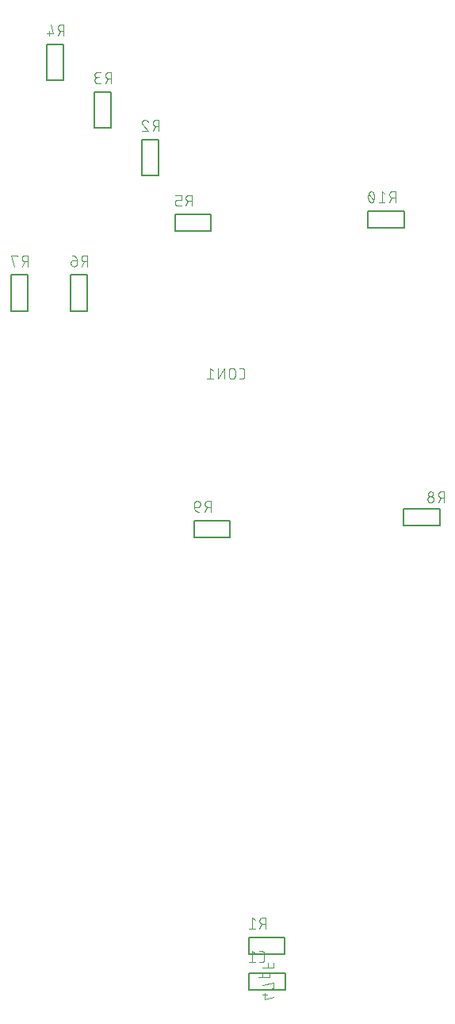
<source format=gbr>
G04 EAGLE Gerber RS-274X export*
G75*
%MOMM*%
%FSLAX34Y34*%
%LPD*%
%INSilkscreen Bottom*%
%IPPOS*%
%AMOC8*
5,1,8,0,0,1.08239X$1,22.5*%
G01*
%ADD10C,0.127000*%
%ADD11C,0.101600*%


D10*
X765810Y199390D02*
X804250Y199390D01*
X804250Y181610D01*
X765810Y181610D01*
X765810Y199390D01*
D11*
X776539Y210693D02*
X779136Y210693D01*
X779235Y210695D01*
X779335Y210701D01*
X779434Y210710D01*
X779532Y210723D01*
X779630Y210740D01*
X779728Y210761D01*
X779824Y210786D01*
X779919Y210814D01*
X780013Y210846D01*
X780106Y210881D01*
X780198Y210920D01*
X780288Y210963D01*
X780376Y211008D01*
X780463Y211058D01*
X780547Y211110D01*
X780630Y211166D01*
X780710Y211224D01*
X780788Y211286D01*
X780863Y211351D01*
X780936Y211419D01*
X781006Y211489D01*
X781074Y211562D01*
X781139Y211637D01*
X781201Y211715D01*
X781259Y211795D01*
X781315Y211878D01*
X781367Y211962D01*
X781417Y212049D01*
X781462Y212137D01*
X781505Y212227D01*
X781544Y212319D01*
X781579Y212412D01*
X781611Y212506D01*
X781639Y212601D01*
X781664Y212697D01*
X781685Y212795D01*
X781702Y212893D01*
X781715Y212991D01*
X781724Y213090D01*
X781730Y213190D01*
X781732Y213289D01*
X781732Y219781D01*
X781730Y219880D01*
X781724Y219980D01*
X781715Y220079D01*
X781702Y220177D01*
X781685Y220275D01*
X781664Y220373D01*
X781639Y220469D01*
X781611Y220564D01*
X781579Y220658D01*
X781544Y220751D01*
X781505Y220843D01*
X781462Y220933D01*
X781417Y221021D01*
X781367Y221108D01*
X781315Y221192D01*
X781259Y221275D01*
X781201Y221355D01*
X781139Y221433D01*
X781074Y221508D01*
X781006Y221581D01*
X780936Y221651D01*
X780863Y221719D01*
X780788Y221784D01*
X780710Y221846D01*
X780630Y221904D01*
X780547Y221960D01*
X780463Y222012D01*
X780376Y222062D01*
X780288Y222107D01*
X780198Y222150D01*
X780106Y222189D01*
X780013Y222224D01*
X779919Y222256D01*
X779824Y222284D01*
X779728Y222309D01*
X779630Y222330D01*
X779532Y222347D01*
X779434Y222360D01*
X779335Y222369D01*
X779235Y222375D01*
X779136Y222377D01*
X776539Y222377D01*
X772174Y219781D02*
X768929Y222377D01*
X768929Y210693D01*
X772174Y210693D02*
X765683Y210693D01*
X782249Y171323D02*
X791337Y173919D01*
X782249Y171323D02*
X782249Y177814D01*
X784846Y175867D02*
X779653Y175867D01*
X790039Y182753D02*
X791337Y182753D01*
X791337Y189244D01*
X779653Y185999D01*
X775758Y194510D02*
X787442Y194510D01*
X787442Y197755D01*
X787440Y197842D01*
X787434Y197930D01*
X787424Y198016D01*
X787411Y198103D01*
X787393Y198188D01*
X787372Y198273D01*
X787347Y198357D01*
X787318Y198439D01*
X787285Y198520D01*
X787249Y198600D01*
X787210Y198678D01*
X787166Y198754D01*
X787120Y198828D01*
X787070Y198899D01*
X787017Y198969D01*
X786961Y199036D01*
X786902Y199100D01*
X786840Y199162D01*
X786776Y199221D01*
X786709Y199277D01*
X786639Y199330D01*
X786568Y199380D01*
X786494Y199426D01*
X786418Y199470D01*
X786340Y199509D01*
X786260Y199545D01*
X786179Y199578D01*
X786097Y199607D01*
X786013Y199632D01*
X785928Y199653D01*
X785843Y199671D01*
X785756Y199684D01*
X785670Y199694D01*
X785582Y199700D01*
X785495Y199702D01*
X785495Y199703D02*
X781600Y199703D01*
X781600Y199702D02*
X781513Y199700D01*
X781425Y199694D01*
X781339Y199684D01*
X781252Y199671D01*
X781167Y199653D01*
X781082Y199632D01*
X780998Y199607D01*
X780916Y199578D01*
X780835Y199545D01*
X780755Y199509D01*
X780677Y199470D01*
X780601Y199426D01*
X780527Y199380D01*
X780456Y199330D01*
X780386Y199277D01*
X780319Y199221D01*
X780255Y199162D01*
X780193Y199100D01*
X780134Y199036D01*
X780078Y198969D01*
X780025Y198899D01*
X779975Y198828D01*
X779929Y198754D01*
X779885Y198678D01*
X779846Y198600D01*
X779810Y198520D01*
X779777Y198439D01*
X779748Y198357D01*
X779723Y198273D01*
X779702Y198188D01*
X779684Y198103D01*
X779671Y198016D01*
X779661Y197930D01*
X779655Y197842D01*
X779653Y197755D01*
X779653Y194510D01*
X779653Y204874D02*
X791337Y204874D01*
X791337Y210066D01*
X786144Y210066D02*
X786144Y204874D01*
D10*
X803910Y219710D02*
X765470Y219710D01*
X765470Y237490D01*
X803910Y237490D01*
X803910Y219710D01*
D11*
X783190Y246443D02*
X783190Y258127D01*
X779945Y258127D01*
X779832Y258125D01*
X779719Y258119D01*
X779606Y258109D01*
X779493Y258095D01*
X779381Y258078D01*
X779270Y258056D01*
X779160Y258031D01*
X779050Y258001D01*
X778942Y257968D01*
X778835Y257931D01*
X778729Y257891D01*
X778625Y257846D01*
X778522Y257798D01*
X778421Y257747D01*
X778322Y257692D01*
X778225Y257634D01*
X778130Y257572D01*
X778037Y257507D01*
X777947Y257439D01*
X777859Y257368D01*
X777773Y257293D01*
X777690Y257216D01*
X777610Y257136D01*
X777533Y257053D01*
X777458Y256967D01*
X777387Y256879D01*
X777319Y256789D01*
X777254Y256696D01*
X777192Y256601D01*
X777134Y256504D01*
X777079Y256405D01*
X777028Y256304D01*
X776980Y256201D01*
X776935Y256097D01*
X776895Y255991D01*
X776858Y255884D01*
X776825Y255776D01*
X776795Y255666D01*
X776770Y255556D01*
X776748Y255445D01*
X776731Y255333D01*
X776717Y255220D01*
X776707Y255107D01*
X776701Y254994D01*
X776699Y254881D01*
X776701Y254768D01*
X776707Y254655D01*
X776717Y254542D01*
X776731Y254429D01*
X776748Y254317D01*
X776770Y254206D01*
X776795Y254096D01*
X776825Y253986D01*
X776858Y253878D01*
X776895Y253771D01*
X776935Y253665D01*
X776980Y253561D01*
X777028Y253458D01*
X777079Y253357D01*
X777134Y253258D01*
X777192Y253161D01*
X777254Y253066D01*
X777319Y252973D01*
X777387Y252883D01*
X777458Y252795D01*
X777533Y252709D01*
X777610Y252626D01*
X777690Y252546D01*
X777773Y252469D01*
X777859Y252394D01*
X777947Y252323D01*
X778037Y252255D01*
X778130Y252190D01*
X778225Y252128D01*
X778322Y252070D01*
X778421Y252015D01*
X778522Y251964D01*
X778625Y251916D01*
X778729Y251871D01*
X778835Y251831D01*
X778942Y251794D01*
X779050Y251761D01*
X779160Y251731D01*
X779270Y251706D01*
X779381Y251684D01*
X779493Y251667D01*
X779606Y251653D01*
X779719Y251643D01*
X779832Y251637D01*
X779945Y251635D01*
X779945Y251636D02*
X783190Y251636D01*
X779296Y251636D02*
X776699Y246443D01*
X771834Y255531D02*
X768589Y258127D01*
X768589Y246443D01*
X771834Y246443D02*
X765343Y246443D01*
D10*
X930910Y694690D02*
X969350Y694690D01*
X969350Y676910D01*
X930910Y676910D01*
X930910Y694690D01*
D11*
X974030Y701103D02*
X974030Y712787D01*
X970785Y712787D01*
X970672Y712785D01*
X970559Y712779D01*
X970446Y712769D01*
X970333Y712755D01*
X970221Y712738D01*
X970110Y712716D01*
X970000Y712691D01*
X969890Y712661D01*
X969782Y712628D01*
X969675Y712591D01*
X969569Y712551D01*
X969465Y712506D01*
X969362Y712458D01*
X969261Y712407D01*
X969162Y712352D01*
X969065Y712294D01*
X968970Y712232D01*
X968877Y712167D01*
X968787Y712099D01*
X968699Y712028D01*
X968613Y711953D01*
X968530Y711876D01*
X968450Y711796D01*
X968373Y711713D01*
X968298Y711627D01*
X968227Y711539D01*
X968159Y711449D01*
X968094Y711356D01*
X968032Y711261D01*
X967974Y711164D01*
X967919Y711065D01*
X967868Y710964D01*
X967820Y710861D01*
X967775Y710757D01*
X967735Y710651D01*
X967698Y710544D01*
X967665Y710436D01*
X967635Y710326D01*
X967610Y710216D01*
X967588Y710105D01*
X967571Y709993D01*
X967557Y709880D01*
X967547Y709767D01*
X967541Y709654D01*
X967539Y709541D01*
X967541Y709428D01*
X967547Y709315D01*
X967557Y709202D01*
X967571Y709089D01*
X967588Y708977D01*
X967610Y708866D01*
X967635Y708756D01*
X967665Y708646D01*
X967698Y708538D01*
X967735Y708431D01*
X967775Y708325D01*
X967820Y708221D01*
X967868Y708118D01*
X967919Y708017D01*
X967974Y707918D01*
X968032Y707821D01*
X968094Y707726D01*
X968159Y707633D01*
X968227Y707543D01*
X968298Y707455D01*
X968373Y707369D01*
X968450Y707286D01*
X968530Y707206D01*
X968613Y707129D01*
X968699Y707054D01*
X968787Y706983D01*
X968877Y706915D01*
X968970Y706850D01*
X969065Y706788D01*
X969162Y706730D01*
X969261Y706675D01*
X969362Y706624D01*
X969465Y706576D01*
X969569Y706531D01*
X969675Y706491D01*
X969782Y706454D01*
X969890Y706421D01*
X970000Y706391D01*
X970110Y706366D01*
X970221Y706344D01*
X970333Y706327D01*
X970446Y706313D01*
X970559Y706303D01*
X970672Y706297D01*
X970785Y706295D01*
X970785Y706296D02*
X974030Y706296D01*
X970136Y706296D02*
X967539Y701103D01*
X962675Y704349D02*
X962673Y704462D01*
X962667Y704575D01*
X962657Y704688D01*
X962643Y704801D01*
X962626Y704913D01*
X962604Y705024D01*
X962579Y705134D01*
X962549Y705244D01*
X962516Y705352D01*
X962479Y705459D01*
X962439Y705565D01*
X962394Y705669D01*
X962346Y705772D01*
X962295Y705873D01*
X962240Y705972D01*
X962182Y706069D01*
X962120Y706164D01*
X962055Y706257D01*
X961987Y706347D01*
X961916Y706435D01*
X961841Y706521D01*
X961764Y706604D01*
X961684Y706684D01*
X961601Y706761D01*
X961515Y706836D01*
X961427Y706907D01*
X961337Y706975D01*
X961244Y707040D01*
X961149Y707102D01*
X961052Y707160D01*
X960953Y707215D01*
X960852Y707266D01*
X960749Y707314D01*
X960645Y707359D01*
X960539Y707399D01*
X960432Y707436D01*
X960324Y707469D01*
X960214Y707499D01*
X960104Y707524D01*
X959993Y707546D01*
X959881Y707563D01*
X959768Y707577D01*
X959655Y707587D01*
X959542Y707593D01*
X959429Y707595D01*
X959316Y707593D01*
X959203Y707587D01*
X959090Y707577D01*
X958977Y707563D01*
X958865Y707546D01*
X958754Y707524D01*
X958644Y707499D01*
X958534Y707469D01*
X958426Y707436D01*
X958319Y707399D01*
X958213Y707359D01*
X958109Y707314D01*
X958006Y707266D01*
X957905Y707215D01*
X957806Y707160D01*
X957709Y707102D01*
X957614Y707040D01*
X957521Y706975D01*
X957431Y706907D01*
X957343Y706836D01*
X957257Y706761D01*
X957174Y706684D01*
X957094Y706604D01*
X957017Y706521D01*
X956942Y706435D01*
X956871Y706347D01*
X956803Y706257D01*
X956738Y706164D01*
X956676Y706069D01*
X956618Y705972D01*
X956563Y705873D01*
X956512Y705772D01*
X956464Y705669D01*
X956419Y705565D01*
X956379Y705459D01*
X956342Y705352D01*
X956309Y705244D01*
X956279Y705134D01*
X956254Y705024D01*
X956232Y704913D01*
X956215Y704801D01*
X956201Y704688D01*
X956191Y704575D01*
X956185Y704462D01*
X956183Y704349D01*
X956185Y704236D01*
X956191Y704123D01*
X956201Y704010D01*
X956215Y703897D01*
X956232Y703785D01*
X956254Y703674D01*
X956279Y703564D01*
X956309Y703454D01*
X956342Y703346D01*
X956379Y703239D01*
X956419Y703133D01*
X956464Y703029D01*
X956512Y702926D01*
X956563Y702825D01*
X956618Y702726D01*
X956676Y702629D01*
X956738Y702534D01*
X956803Y702441D01*
X956871Y702351D01*
X956942Y702263D01*
X957017Y702177D01*
X957094Y702094D01*
X957174Y702014D01*
X957257Y701937D01*
X957343Y701862D01*
X957431Y701791D01*
X957521Y701723D01*
X957614Y701658D01*
X957709Y701596D01*
X957806Y701538D01*
X957905Y701483D01*
X958006Y701432D01*
X958109Y701384D01*
X958213Y701339D01*
X958319Y701299D01*
X958426Y701262D01*
X958534Y701229D01*
X958644Y701199D01*
X958754Y701174D01*
X958865Y701152D01*
X958977Y701135D01*
X959090Y701121D01*
X959203Y701111D01*
X959316Y701105D01*
X959429Y701103D01*
X959542Y701105D01*
X959655Y701111D01*
X959768Y701121D01*
X959881Y701135D01*
X959993Y701152D01*
X960104Y701174D01*
X960214Y701199D01*
X960324Y701229D01*
X960432Y701262D01*
X960539Y701299D01*
X960645Y701339D01*
X960749Y701384D01*
X960852Y701432D01*
X960953Y701483D01*
X961052Y701538D01*
X961149Y701596D01*
X961244Y701658D01*
X961337Y701723D01*
X961427Y701791D01*
X961515Y701862D01*
X961601Y701937D01*
X961684Y702014D01*
X961764Y702094D01*
X961841Y702177D01*
X961916Y702263D01*
X961987Y702351D01*
X962055Y702441D01*
X962120Y702534D01*
X962182Y702629D01*
X962240Y702726D01*
X962295Y702825D01*
X962346Y702926D01*
X962394Y703029D01*
X962439Y703133D01*
X962479Y703239D01*
X962516Y703346D01*
X962549Y703454D01*
X962579Y703564D01*
X962604Y703674D01*
X962626Y703785D01*
X962643Y703897D01*
X962657Y704010D01*
X962667Y704123D01*
X962673Y704236D01*
X962675Y704349D01*
X962025Y710191D02*
X962023Y710292D01*
X962017Y710392D01*
X962007Y710492D01*
X961994Y710592D01*
X961976Y710691D01*
X961955Y710790D01*
X961930Y710887D01*
X961901Y710984D01*
X961868Y711079D01*
X961832Y711173D01*
X961792Y711265D01*
X961749Y711356D01*
X961702Y711445D01*
X961652Y711532D01*
X961598Y711618D01*
X961541Y711701D01*
X961481Y711781D01*
X961418Y711860D01*
X961351Y711936D01*
X961282Y712009D01*
X961210Y712079D01*
X961136Y712147D01*
X961059Y712212D01*
X960979Y712273D01*
X960897Y712332D01*
X960813Y712387D01*
X960727Y712439D01*
X960639Y712488D01*
X960549Y712533D01*
X960457Y712575D01*
X960364Y712613D01*
X960269Y712647D01*
X960174Y712678D01*
X960077Y712705D01*
X959979Y712728D01*
X959880Y712748D01*
X959780Y712763D01*
X959680Y712775D01*
X959580Y712783D01*
X959479Y712787D01*
X959379Y712787D01*
X959278Y712783D01*
X959178Y712775D01*
X959078Y712763D01*
X958978Y712748D01*
X958879Y712728D01*
X958781Y712705D01*
X958684Y712678D01*
X958589Y712647D01*
X958494Y712613D01*
X958401Y712575D01*
X958309Y712533D01*
X958219Y712488D01*
X958131Y712439D01*
X958045Y712387D01*
X957961Y712332D01*
X957879Y712273D01*
X957799Y712212D01*
X957722Y712147D01*
X957648Y712079D01*
X957576Y712009D01*
X957507Y711936D01*
X957440Y711860D01*
X957377Y711781D01*
X957317Y711701D01*
X957260Y711618D01*
X957206Y711532D01*
X957156Y711445D01*
X957109Y711356D01*
X957066Y711265D01*
X957026Y711173D01*
X956990Y711079D01*
X956957Y710984D01*
X956928Y710887D01*
X956903Y710790D01*
X956882Y710691D01*
X956864Y710592D01*
X956851Y710492D01*
X956841Y710392D01*
X956835Y710292D01*
X956833Y710191D01*
X956835Y710090D01*
X956841Y709990D01*
X956851Y709890D01*
X956864Y709790D01*
X956882Y709691D01*
X956903Y709592D01*
X956928Y709495D01*
X956957Y709398D01*
X956990Y709303D01*
X957026Y709209D01*
X957066Y709117D01*
X957109Y709026D01*
X957156Y708937D01*
X957206Y708850D01*
X957260Y708764D01*
X957317Y708681D01*
X957377Y708601D01*
X957440Y708522D01*
X957507Y708446D01*
X957576Y708373D01*
X957648Y708303D01*
X957722Y708235D01*
X957799Y708170D01*
X957879Y708109D01*
X957961Y708050D01*
X958045Y707995D01*
X958131Y707943D01*
X958219Y707894D01*
X958309Y707849D01*
X958401Y707807D01*
X958494Y707769D01*
X958589Y707735D01*
X958684Y707704D01*
X958781Y707677D01*
X958879Y707654D01*
X958978Y707634D01*
X959078Y707619D01*
X959178Y707607D01*
X959278Y707599D01*
X959379Y707595D01*
X959479Y707595D01*
X959580Y707599D01*
X959680Y707607D01*
X959780Y707619D01*
X959880Y707634D01*
X959979Y707654D01*
X960077Y707677D01*
X960174Y707704D01*
X960269Y707735D01*
X960364Y707769D01*
X960457Y707807D01*
X960549Y707849D01*
X960639Y707894D01*
X960727Y707943D01*
X960813Y707995D01*
X960897Y708050D01*
X960979Y708109D01*
X961059Y708170D01*
X961136Y708235D01*
X961210Y708303D01*
X961282Y708373D01*
X961351Y708446D01*
X961418Y708522D01*
X961481Y708601D01*
X961541Y708681D01*
X961598Y708764D01*
X961652Y708850D01*
X961702Y708937D01*
X961749Y709026D01*
X961792Y709117D01*
X961832Y709209D01*
X961868Y709303D01*
X961901Y709398D01*
X961930Y709495D01*
X961955Y709592D01*
X961976Y709691D01*
X961994Y709790D01*
X962007Y709890D01*
X962017Y709990D01*
X962023Y710090D01*
X962025Y710191D01*
D10*
X745490Y664210D02*
X707050Y664210D01*
X707050Y681990D01*
X745490Y681990D01*
X745490Y664210D01*
D11*
X724770Y690943D02*
X724770Y702627D01*
X721525Y702627D01*
X721412Y702625D01*
X721299Y702619D01*
X721186Y702609D01*
X721073Y702595D01*
X720961Y702578D01*
X720850Y702556D01*
X720740Y702531D01*
X720630Y702501D01*
X720522Y702468D01*
X720415Y702431D01*
X720309Y702391D01*
X720205Y702346D01*
X720102Y702298D01*
X720001Y702247D01*
X719902Y702192D01*
X719805Y702134D01*
X719710Y702072D01*
X719617Y702007D01*
X719527Y701939D01*
X719439Y701868D01*
X719353Y701793D01*
X719270Y701716D01*
X719190Y701636D01*
X719113Y701553D01*
X719038Y701467D01*
X718967Y701379D01*
X718899Y701289D01*
X718834Y701196D01*
X718772Y701101D01*
X718714Y701004D01*
X718659Y700905D01*
X718608Y700804D01*
X718560Y700701D01*
X718515Y700597D01*
X718475Y700491D01*
X718438Y700384D01*
X718405Y700276D01*
X718375Y700166D01*
X718350Y700056D01*
X718328Y699945D01*
X718311Y699833D01*
X718297Y699720D01*
X718287Y699607D01*
X718281Y699494D01*
X718279Y699381D01*
X718281Y699268D01*
X718287Y699155D01*
X718297Y699042D01*
X718311Y698929D01*
X718328Y698817D01*
X718350Y698706D01*
X718375Y698596D01*
X718405Y698486D01*
X718438Y698378D01*
X718475Y698271D01*
X718515Y698165D01*
X718560Y698061D01*
X718608Y697958D01*
X718659Y697857D01*
X718714Y697758D01*
X718772Y697661D01*
X718834Y697566D01*
X718899Y697473D01*
X718967Y697383D01*
X719038Y697295D01*
X719113Y697209D01*
X719190Y697126D01*
X719270Y697046D01*
X719353Y696969D01*
X719439Y696894D01*
X719527Y696823D01*
X719617Y696755D01*
X719710Y696690D01*
X719805Y696628D01*
X719902Y696570D01*
X720001Y696515D01*
X720102Y696464D01*
X720205Y696416D01*
X720309Y696371D01*
X720415Y696331D01*
X720522Y696294D01*
X720630Y696261D01*
X720740Y696231D01*
X720850Y696206D01*
X720961Y696184D01*
X721073Y696167D01*
X721186Y696153D01*
X721299Y696143D01*
X721412Y696137D01*
X721525Y696135D01*
X721525Y696136D02*
X724770Y696136D01*
X720876Y696136D02*
X718279Y690943D01*
X710818Y696136D02*
X706923Y696136D01*
X710818Y696136D02*
X710917Y696138D01*
X711017Y696144D01*
X711116Y696153D01*
X711214Y696166D01*
X711312Y696183D01*
X711410Y696204D01*
X711506Y696229D01*
X711601Y696257D01*
X711695Y696289D01*
X711788Y696324D01*
X711880Y696363D01*
X711970Y696406D01*
X712058Y696451D01*
X712145Y696501D01*
X712229Y696553D01*
X712312Y696609D01*
X712392Y696667D01*
X712470Y696729D01*
X712545Y696794D01*
X712618Y696862D01*
X712688Y696932D01*
X712756Y697005D01*
X712821Y697080D01*
X712883Y697158D01*
X712941Y697238D01*
X712997Y697321D01*
X713049Y697405D01*
X713099Y697492D01*
X713144Y697580D01*
X713187Y697670D01*
X713226Y697762D01*
X713261Y697855D01*
X713293Y697949D01*
X713321Y698044D01*
X713346Y698140D01*
X713367Y698238D01*
X713384Y698336D01*
X713397Y698434D01*
X713406Y698533D01*
X713412Y698633D01*
X713414Y698732D01*
X713414Y699381D01*
X713415Y699381D02*
X713413Y699494D01*
X713407Y699607D01*
X713397Y699720D01*
X713383Y699833D01*
X713366Y699945D01*
X713344Y700056D01*
X713319Y700166D01*
X713289Y700276D01*
X713256Y700384D01*
X713219Y700491D01*
X713179Y700597D01*
X713134Y700701D01*
X713086Y700804D01*
X713035Y700905D01*
X712980Y701004D01*
X712922Y701101D01*
X712860Y701196D01*
X712795Y701289D01*
X712727Y701379D01*
X712656Y701467D01*
X712581Y701553D01*
X712504Y701636D01*
X712424Y701716D01*
X712341Y701793D01*
X712255Y701868D01*
X712167Y701939D01*
X712077Y702007D01*
X711984Y702072D01*
X711889Y702134D01*
X711792Y702192D01*
X711693Y702247D01*
X711592Y702298D01*
X711489Y702346D01*
X711385Y702391D01*
X711279Y702431D01*
X711172Y702468D01*
X711064Y702501D01*
X710954Y702531D01*
X710844Y702556D01*
X710733Y702578D01*
X710621Y702595D01*
X710508Y702609D01*
X710395Y702619D01*
X710282Y702625D01*
X710169Y702627D01*
X710056Y702625D01*
X709943Y702619D01*
X709830Y702609D01*
X709717Y702595D01*
X709605Y702578D01*
X709494Y702556D01*
X709384Y702531D01*
X709274Y702501D01*
X709166Y702468D01*
X709059Y702431D01*
X708953Y702391D01*
X708849Y702346D01*
X708746Y702298D01*
X708645Y702247D01*
X708546Y702192D01*
X708449Y702134D01*
X708354Y702072D01*
X708261Y702007D01*
X708171Y701939D01*
X708083Y701868D01*
X707997Y701793D01*
X707914Y701716D01*
X707834Y701636D01*
X707757Y701553D01*
X707682Y701467D01*
X707611Y701379D01*
X707543Y701289D01*
X707478Y701196D01*
X707416Y701101D01*
X707358Y701004D01*
X707303Y700905D01*
X707252Y700804D01*
X707204Y700701D01*
X707159Y700597D01*
X707119Y700491D01*
X707082Y700384D01*
X707049Y700276D01*
X707019Y700166D01*
X706994Y700056D01*
X706972Y699945D01*
X706955Y699833D01*
X706941Y699720D01*
X706931Y699607D01*
X706925Y699494D01*
X706923Y699381D01*
X706923Y696136D01*
X706925Y695993D01*
X706931Y695850D01*
X706941Y695707D01*
X706955Y695565D01*
X706972Y695423D01*
X706994Y695281D01*
X707019Y695140D01*
X707049Y695000D01*
X707082Y694861D01*
X707119Y694723D01*
X707160Y694586D01*
X707204Y694450D01*
X707253Y694315D01*
X707305Y694182D01*
X707360Y694050D01*
X707420Y693920D01*
X707483Y693791D01*
X707549Y693664D01*
X707619Y693540D01*
X707692Y693417D01*
X707769Y693296D01*
X707849Y693177D01*
X707932Y693061D01*
X708018Y692946D01*
X708107Y692835D01*
X708200Y692725D01*
X708295Y692619D01*
X708394Y692515D01*
X708495Y692414D01*
X708599Y692315D01*
X708705Y692220D01*
X708815Y692127D01*
X708926Y692038D01*
X709041Y691952D01*
X709157Y691869D01*
X709276Y691789D01*
X709397Y691712D01*
X709520Y691639D01*
X709644Y691569D01*
X709771Y691503D01*
X709900Y691440D01*
X710030Y691380D01*
X710162Y691325D01*
X710295Y691273D01*
X710430Y691224D01*
X710566Y691180D01*
X710703Y691139D01*
X710841Y691102D01*
X710980Y691069D01*
X711120Y691039D01*
X711261Y691014D01*
X711403Y690992D01*
X711545Y690975D01*
X711687Y690961D01*
X711830Y690951D01*
X711973Y690945D01*
X712116Y690943D01*
D10*
X892810Y1012190D02*
X931250Y1012190D01*
X931250Y994410D01*
X892810Y994410D01*
X892810Y1012190D01*
D11*
X921960Y1021143D02*
X921960Y1032827D01*
X918715Y1032827D01*
X918602Y1032825D01*
X918489Y1032819D01*
X918376Y1032809D01*
X918263Y1032795D01*
X918151Y1032778D01*
X918040Y1032756D01*
X917930Y1032731D01*
X917820Y1032701D01*
X917712Y1032668D01*
X917605Y1032631D01*
X917499Y1032591D01*
X917395Y1032546D01*
X917292Y1032498D01*
X917191Y1032447D01*
X917092Y1032392D01*
X916995Y1032334D01*
X916900Y1032272D01*
X916807Y1032207D01*
X916717Y1032139D01*
X916629Y1032068D01*
X916543Y1031993D01*
X916460Y1031916D01*
X916380Y1031836D01*
X916303Y1031753D01*
X916228Y1031667D01*
X916157Y1031579D01*
X916089Y1031489D01*
X916024Y1031396D01*
X915962Y1031301D01*
X915904Y1031204D01*
X915849Y1031105D01*
X915798Y1031004D01*
X915750Y1030901D01*
X915705Y1030797D01*
X915665Y1030691D01*
X915628Y1030584D01*
X915595Y1030476D01*
X915565Y1030366D01*
X915540Y1030256D01*
X915518Y1030145D01*
X915501Y1030033D01*
X915487Y1029920D01*
X915477Y1029807D01*
X915471Y1029694D01*
X915469Y1029581D01*
X915471Y1029468D01*
X915477Y1029355D01*
X915487Y1029242D01*
X915501Y1029129D01*
X915518Y1029017D01*
X915540Y1028906D01*
X915565Y1028796D01*
X915595Y1028686D01*
X915628Y1028578D01*
X915665Y1028471D01*
X915705Y1028365D01*
X915750Y1028261D01*
X915798Y1028158D01*
X915849Y1028057D01*
X915904Y1027958D01*
X915962Y1027861D01*
X916024Y1027766D01*
X916089Y1027673D01*
X916157Y1027583D01*
X916228Y1027495D01*
X916303Y1027409D01*
X916380Y1027326D01*
X916460Y1027246D01*
X916543Y1027169D01*
X916629Y1027094D01*
X916717Y1027023D01*
X916807Y1026955D01*
X916900Y1026890D01*
X916995Y1026828D01*
X917092Y1026770D01*
X917191Y1026715D01*
X917292Y1026664D01*
X917395Y1026616D01*
X917499Y1026571D01*
X917605Y1026531D01*
X917712Y1026494D01*
X917820Y1026461D01*
X917930Y1026431D01*
X918040Y1026406D01*
X918151Y1026384D01*
X918263Y1026367D01*
X918376Y1026353D01*
X918489Y1026343D01*
X918602Y1026337D01*
X918715Y1026335D01*
X918715Y1026336D02*
X921960Y1026336D01*
X918066Y1026336D02*
X915469Y1021143D01*
X910604Y1030231D02*
X907359Y1032827D01*
X907359Y1021143D01*
X910604Y1021143D02*
X904113Y1021143D01*
X899175Y1026985D02*
X899172Y1027215D01*
X899164Y1027445D01*
X899150Y1027674D01*
X899131Y1027903D01*
X899106Y1028132D01*
X899076Y1028360D01*
X899041Y1028587D01*
X899000Y1028813D01*
X898954Y1029038D01*
X898902Y1029262D01*
X898845Y1029485D01*
X898783Y1029706D01*
X898715Y1029926D01*
X898642Y1030144D01*
X898564Y1030360D01*
X898481Y1030574D01*
X898393Y1030787D01*
X898300Y1030997D01*
X898201Y1031204D01*
X898168Y1031294D01*
X898132Y1031383D01*
X898092Y1031471D01*
X898048Y1031556D01*
X898001Y1031640D01*
X897951Y1031722D01*
X897897Y1031802D01*
X897841Y1031879D01*
X897781Y1031955D01*
X897718Y1032028D01*
X897653Y1032098D01*
X897584Y1032166D01*
X897513Y1032230D01*
X897440Y1032292D01*
X897364Y1032351D01*
X897286Y1032407D01*
X897205Y1032460D01*
X897123Y1032509D01*
X897039Y1032555D01*
X896952Y1032598D01*
X896865Y1032637D01*
X896775Y1032673D01*
X896685Y1032705D01*
X896593Y1032733D01*
X896500Y1032758D01*
X896406Y1032779D01*
X896312Y1032796D01*
X896217Y1032810D01*
X896121Y1032819D01*
X896025Y1032825D01*
X895929Y1032827D01*
X895833Y1032825D01*
X895737Y1032819D01*
X895641Y1032810D01*
X895546Y1032796D01*
X895452Y1032779D01*
X895358Y1032758D01*
X895265Y1032733D01*
X895173Y1032705D01*
X895083Y1032673D01*
X894993Y1032637D01*
X894906Y1032598D01*
X894819Y1032555D01*
X894735Y1032509D01*
X894653Y1032460D01*
X894572Y1032407D01*
X894494Y1032351D01*
X894418Y1032292D01*
X894345Y1032230D01*
X894274Y1032166D01*
X894205Y1032098D01*
X894140Y1032028D01*
X894077Y1031955D01*
X894017Y1031880D01*
X893961Y1031802D01*
X893907Y1031722D01*
X893857Y1031640D01*
X893810Y1031556D01*
X893767Y1031471D01*
X893726Y1031383D01*
X893690Y1031294D01*
X893657Y1031204D01*
X893558Y1030996D01*
X893465Y1030786D01*
X893377Y1030574D01*
X893294Y1030360D01*
X893216Y1030143D01*
X893143Y1029925D01*
X893075Y1029706D01*
X893013Y1029484D01*
X892956Y1029262D01*
X892904Y1029038D01*
X892858Y1028813D01*
X892817Y1028587D01*
X892782Y1028359D01*
X892752Y1028132D01*
X892727Y1027903D01*
X892708Y1027674D01*
X892694Y1027445D01*
X892686Y1027215D01*
X892683Y1026985D01*
X899174Y1026985D02*
X899171Y1026755D01*
X899163Y1026525D01*
X899149Y1026296D01*
X899130Y1026067D01*
X899105Y1025838D01*
X899075Y1025610D01*
X899040Y1025383D01*
X898999Y1025157D01*
X898953Y1024932D01*
X898901Y1024708D01*
X898844Y1024485D01*
X898782Y1024264D01*
X898714Y1024044D01*
X898641Y1023826D01*
X898563Y1023610D01*
X898480Y1023396D01*
X898392Y1023184D01*
X898299Y1022973D01*
X898200Y1022766D01*
X898201Y1022766D02*
X898168Y1022676D01*
X898132Y1022587D01*
X898091Y1022499D01*
X898048Y1022414D01*
X898001Y1022330D01*
X897951Y1022248D01*
X897897Y1022168D01*
X897841Y1022091D01*
X897781Y1022015D01*
X897718Y1021942D01*
X897653Y1021872D01*
X897584Y1021804D01*
X897513Y1021740D01*
X897440Y1021678D01*
X897364Y1021619D01*
X897286Y1021563D01*
X897205Y1021510D01*
X897123Y1021461D01*
X897039Y1021415D01*
X896952Y1021372D01*
X896865Y1021333D01*
X896775Y1021297D01*
X896685Y1021265D01*
X896593Y1021237D01*
X896500Y1021212D01*
X896406Y1021191D01*
X896312Y1021174D01*
X896217Y1021160D01*
X896121Y1021151D01*
X896025Y1021145D01*
X895929Y1021143D01*
X893657Y1022766D02*
X893558Y1022973D01*
X893465Y1023184D01*
X893377Y1023396D01*
X893294Y1023610D01*
X893216Y1023826D01*
X893143Y1024044D01*
X893075Y1024264D01*
X893013Y1024485D01*
X892956Y1024708D01*
X892904Y1024932D01*
X892858Y1025157D01*
X892817Y1025383D01*
X892782Y1025610D01*
X892752Y1025838D01*
X892727Y1026067D01*
X892708Y1026296D01*
X892694Y1026525D01*
X892686Y1026755D01*
X892683Y1026985D01*
X893657Y1022766D02*
X893690Y1022676D01*
X893726Y1022587D01*
X893767Y1022499D01*
X893810Y1022414D01*
X893857Y1022330D01*
X893907Y1022248D01*
X893961Y1022168D01*
X894017Y1022090D01*
X894077Y1022015D01*
X894140Y1021942D01*
X894205Y1021872D01*
X894274Y1021804D01*
X894345Y1021740D01*
X894418Y1021678D01*
X894494Y1021619D01*
X894572Y1021563D01*
X894653Y1021510D01*
X894735Y1021461D01*
X894819Y1021415D01*
X894906Y1021372D01*
X894993Y1021333D01*
X895083Y1021297D01*
X895173Y1021265D01*
X895265Y1021237D01*
X895358Y1021212D01*
X895452Y1021191D01*
X895546Y1021174D01*
X895641Y1021160D01*
X895737Y1021151D01*
X895833Y1021145D01*
X895929Y1021143D01*
X898525Y1023739D02*
X893332Y1030231D01*
D10*
X725170Y990600D02*
X686730Y990600D01*
X686730Y1008380D01*
X725170Y1008380D01*
X725170Y990600D01*
D11*
X704450Y1017333D02*
X704450Y1029017D01*
X701205Y1029017D01*
X701092Y1029015D01*
X700979Y1029009D01*
X700866Y1028999D01*
X700753Y1028985D01*
X700641Y1028968D01*
X700530Y1028946D01*
X700420Y1028921D01*
X700310Y1028891D01*
X700202Y1028858D01*
X700095Y1028821D01*
X699989Y1028781D01*
X699885Y1028736D01*
X699782Y1028688D01*
X699681Y1028637D01*
X699582Y1028582D01*
X699485Y1028524D01*
X699390Y1028462D01*
X699297Y1028397D01*
X699207Y1028329D01*
X699119Y1028258D01*
X699033Y1028183D01*
X698950Y1028106D01*
X698870Y1028026D01*
X698793Y1027943D01*
X698718Y1027857D01*
X698647Y1027769D01*
X698579Y1027679D01*
X698514Y1027586D01*
X698452Y1027491D01*
X698394Y1027394D01*
X698339Y1027295D01*
X698288Y1027194D01*
X698240Y1027091D01*
X698195Y1026987D01*
X698155Y1026881D01*
X698118Y1026774D01*
X698085Y1026666D01*
X698055Y1026556D01*
X698030Y1026446D01*
X698008Y1026335D01*
X697991Y1026223D01*
X697977Y1026110D01*
X697967Y1025997D01*
X697961Y1025884D01*
X697959Y1025771D01*
X697961Y1025658D01*
X697967Y1025545D01*
X697977Y1025432D01*
X697991Y1025319D01*
X698008Y1025207D01*
X698030Y1025096D01*
X698055Y1024986D01*
X698085Y1024876D01*
X698118Y1024768D01*
X698155Y1024661D01*
X698195Y1024555D01*
X698240Y1024451D01*
X698288Y1024348D01*
X698339Y1024247D01*
X698394Y1024148D01*
X698452Y1024051D01*
X698514Y1023956D01*
X698579Y1023863D01*
X698647Y1023773D01*
X698718Y1023685D01*
X698793Y1023599D01*
X698870Y1023516D01*
X698950Y1023436D01*
X699033Y1023359D01*
X699119Y1023284D01*
X699207Y1023213D01*
X699297Y1023145D01*
X699390Y1023080D01*
X699485Y1023018D01*
X699582Y1022960D01*
X699681Y1022905D01*
X699782Y1022854D01*
X699885Y1022806D01*
X699989Y1022761D01*
X700095Y1022721D01*
X700202Y1022684D01*
X700310Y1022651D01*
X700420Y1022621D01*
X700530Y1022596D01*
X700641Y1022574D01*
X700753Y1022557D01*
X700866Y1022543D01*
X700979Y1022533D01*
X701092Y1022527D01*
X701205Y1022525D01*
X701205Y1022526D02*
X704450Y1022526D01*
X700556Y1022526D02*
X697959Y1017333D01*
X693094Y1017333D02*
X689199Y1017333D01*
X689100Y1017335D01*
X689000Y1017341D01*
X688901Y1017350D01*
X688803Y1017363D01*
X688705Y1017380D01*
X688607Y1017401D01*
X688511Y1017426D01*
X688416Y1017454D01*
X688322Y1017486D01*
X688229Y1017521D01*
X688137Y1017560D01*
X688047Y1017603D01*
X687959Y1017648D01*
X687872Y1017698D01*
X687788Y1017750D01*
X687705Y1017806D01*
X687625Y1017864D01*
X687547Y1017926D01*
X687472Y1017991D01*
X687399Y1018059D01*
X687329Y1018129D01*
X687261Y1018202D01*
X687196Y1018277D01*
X687134Y1018355D01*
X687076Y1018435D01*
X687020Y1018518D01*
X686968Y1018602D01*
X686918Y1018689D01*
X686873Y1018777D01*
X686830Y1018867D01*
X686791Y1018959D01*
X686756Y1019052D01*
X686724Y1019146D01*
X686696Y1019241D01*
X686671Y1019337D01*
X686650Y1019435D01*
X686633Y1019533D01*
X686620Y1019631D01*
X686611Y1019730D01*
X686605Y1019830D01*
X686603Y1019929D01*
X686603Y1021228D01*
X686605Y1021327D01*
X686611Y1021427D01*
X686620Y1021526D01*
X686633Y1021624D01*
X686650Y1021722D01*
X686671Y1021820D01*
X686696Y1021916D01*
X686724Y1022011D01*
X686756Y1022105D01*
X686791Y1022198D01*
X686830Y1022290D01*
X686873Y1022380D01*
X686918Y1022468D01*
X686968Y1022555D01*
X687020Y1022639D01*
X687076Y1022722D01*
X687134Y1022802D01*
X687196Y1022880D01*
X687261Y1022955D01*
X687329Y1023028D01*
X687399Y1023098D01*
X687472Y1023166D01*
X687547Y1023231D01*
X687625Y1023293D01*
X687705Y1023351D01*
X687788Y1023407D01*
X687872Y1023459D01*
X687959Y1023509D01*
X688047Y1023554D01*
X688137Y1023597D01*
X688229Y1023636D01*
X688322Y1023671D01*
X688416Y1023703D01*
X688511Y1023731D01*
X688607Y1023756D01*
X688705Y1023777D01*
X688803Y1023794D01*
X688901Y1023807D01*
X689000Y1023816D01*
X689100Y1023822D01*
X689199Y1023824D01*
X693094Y1023824D01*
X693094Y1029017D01*
X686603Y1029017D01*
D10*
X575310Y943950D02*
X575310Y905510D01*
X575310Y943950D02*
X593090Y943950D01*
X593090Y905510D01*
X575310Y905510D01*
D11*
X593030Y952903D02*
X593030Y964587D01*
X589785Y964587D01*
X589672Y964585D01*
X589559Y964579D01*
X589446Y964569D01*
X589333Y964555D01*
X589221Y964538D01*
X589110Y964516D01*
X589000Y964491D01*
X588890Y964461D01*
X588782Y964428D01*
X588675Y964391D01*
X588569Y964351D01*
X588465Y964306D01*
X588362Y964258D01*
X588261Y964207D01*
X588162Y964152D01*
X588065Y964094D01*
X587970Y964032D01*
X587877Y963967D01*
X587787Y963899D01*
X587699Y963828D01*
X587613Y963753D01*
X587530Y963676D01*
X587450Y963596D01*
X587373Y963513D01*
X587298Y963427D01*
X587227Y963339D01*
X587159Y963249D01*
X587094Y963156D01*
X587032Y963061D01*
X586974Y962964D01*
X586919Y962865D01*
X586868Y962764D01*
X586820Y962661D01*
X586775Y962557D01*
X586735Y962451D01*
X586698Y962344D01*
X586665Y962236D01*
X586635Y962126D01*
X586610Y962016D01*
X586588Y961905D01*
X586571Y961793D01*
X586557Y961680D01*
X586547Y961567D01*
X586541Y961454D01*
X586539Y961341D01*
X586541Y961228D01*
X586547Y961115D01*
X586557Y961002D01*
X586571Y960889D01*
X586588Y960777D01*
X586610Y960666D01*
X586635Y960556D01*
X586665Y960446D01*
X586698Y960338D01*
X586735Y960231D01*
X586775Y960125D01*
X586820Y960021D01*
X586868Y959918D01*
X586919Y959817D01*
X586974Y959718D01*
X587032Y959621D01*
X587094Y959526D01*
X587159Y959433D01*
X587227Y959343D01*
X587298Y959255D01*
X587373Y959169D01*
X587450Y959086D01*
X587530Y959006D01*
X587613Y958929D01*
X587699Y958854D01*
X587787Y958783D01*
X587877Y958715D01*
X587970Y958650D01*
X588065Y958588D01*
X588162Y958530D01*
X588261Y958475D01*
X588362Y958424D01*
X588465Y958376D01*
X588569Y958331D01*
X588675Y958291D01*
X588782Y958254D01*
X588890Y958221D01*
X589000Y958191D01*
X589110Y958166D01*
X589221Y958144D01*
X589333Y958127D01*
X589446Y958113D01*
X589559Y958103D01*
X589672Y958097D01*
X589785Y958095D01*
X589785Y958096D02*
X593030Y958096D01*
X589136Y958096D02*
X586539Y952903D01*
X581674Y959394D02*
X577779Y959394D01*
X577680Y959392D01*
X577580Y959386D01*
X577481Y959377D01*
X577383Y959364D01*
X577285Y959347D01*
X577187Y959326D01*
X577091Y959301D01*
X576996Y959273D01*
X576902Y959241D01*
X576809Y959206D01*
X576717Y959167D01*
X576627Y959124D01*
X576539Y959079D01*
X576452Y959029D01*
X576368Y958977D01*
X576285Y958921D01*
X576205Y958863D01*
X576127Y958801D01*
X576052Y958736D01*
X575979Y958668D01*
X575909Y958598D01*
X575841Y958525D01*
X575776Y958450D01*
X575714Y958372D01*
X575656Y958292D01*
X575600Y958209D01*
X575548Y958125D01*
X575498Y958038D01*
X575453Y957950D01*
X575410Y957860D01*
X575371Y957768D01*
X575336Y957675D01*
X575304Y957581D01*
X575276Y957486D01*
X575251Y957390D01*
X575230Y957292D01*
X575213Y957194D01*
X575200Y957096D01*
X575191Y956997D01*
X575185Y956897D01*
X575183Y956798D01*
X575183Y956149D01*
X575185Y956036D01*
X575191Y955923D01*
X575201Y955810D01*
X575215Y955697D01*
X575232Y955585D01*
X575254Y955474D01*
X575279Y955364D01*
X575309Y955254D01*
X575342Y955146D01*
X575379Y955039D01*
X575419Y954933D01*
X575464Y954829D01*
X575512Y954726D01*
X575563Y954625D01*
X575618Y954526D01*
X575676Y954429D01*
X575738Y954334D01*
X575803Y954241D01*
X575871Y954151D01*
X575942Y954063D01*
X576017Y953977D01*
X576094Y953894D01*
X576174Y953814D01*
X576257Y953737D01*
X576343Y953662D01*
X576431Y953591D01*
X576521Y953523D01*
X576614Y953458D01*
X576709Y953396D01*
X576806Y953338D01*
X576905Y953283D01*
X577006Y953232D01*
X577109Y953184D01*
X577213Y953139D01*
X577319Y953099D01*
X577426Y953062D01*
X577534Y953029D01*
X577644Y952999D01*
X577754Y952974D01*
X577865Y952952D01*
X577977Y952935D01*
X578090Y952921D01*
X578203Y952911D01*
X578316Y952905D01*
X578429Y952903D01*
X578542Y952905D01*
X578655Y952911D01*
X578768Y952921D01*
X578881Y952935D01*
X578993Y952952D01*
X579104Y952974D01*
X579214Y952999D01*
X579324Y953029D01*
X579432Y953062D01*
X579539Y953099D01*
X579645Y953139D01*
X579749Y953184D01*
X579852Y953232D01*
X579953Y953283D01*
X580052Y953338D01*
X580149Y953396D01*
X580244Y953458D01*
X580337Y953523D01*
X580427Y953591D01*
X580515Y953662D01*
X580601Y953737D01*
X580684Y953814D01*
X580764Y953894D01*
X580841Y953977D01*
X580916Y954063D01*
X580987Y954151D01*
X581055Y954241D01*
X581120Y954334D01*
X581182Y954429D01*
X581240Y954526D01*
X581295Y954625D01*
X581346Y954726D01*
X581394Y954829D01*
X581439Y954933D01*
X581479Y955039D01*
X581516Y955146D01*
X581549Y955254D01*
X581579Y955364D01*
X581604Y955474D01*
X581626Y955585D01*
X581643Y955697D01*
X581657Y955810D01*
X581667Y955923D01*
X581673Y956036D01*
X581675Y956149D01*
X581674Y956149D02*
X581674Y959394D01*
X581672Y959537D01*
X581666Y959680D01*
X581656Y959823D01*
X581642Y959965D01*
X581625Y960107D01*
X581603Y960249D01*
X581578Y960390D01*
X581548Y960530D01*
X581515Y960669D01*
X581478Y960807D01*
X581437Y960944D01*
X581393Y961080D01*
X581344Y961215D01*
X581292Y961348D01*
X581237Y961480D01*
X581177Y961610D01*
X581114Y961739D01*
X581048Y961866D01*
X580978Y961991D01*
X580905Y962113D01*
X580828Y962234D01*
X580748Y962353D01*
X580665Y962469D01*
X580579Y962584D01*
X580490Y962695D01*
X580397Y962805D01*
X580302Y962911D01*
X580203Y963015D01*
X580102Y963116D01*
X579998Y963215D01*
X579892Y963310D01*
X579782Y963403D01*
X579671Y963492D01*
X579556Y963578D01*
X579440Y963661D01*
X579321Y963741D01*
X579200Y963818D01*
X579078Y963891D01*
X578953Y963961D01*
X578826Y964027D01*
X578697Y964090D01*
X578567Y964150D01*
X578435Y964205D01*
X578302Y964257D01*
X578167Y964306D01*
X578031Y964350D01*
X577894Y964391D01*
X577756Y964428D01*
X577617Y964461D01*
X577477Y964491D01*
X577336Y964516D01*
X577194Y964538D01*
X577052Y964555D01*
X576910Y964569D01*
X576767Y964579D01*
X576624Y964585D01*
X576481Y964587D01*
D10*
X511810Y943950D02*
X511810Y905510D01*
X511810Y943950D02*
X529590Y943950D01*
X529590Y905510D01*
X511810Y905510D01*
D11*
X529530Y952903D02*
X529530Y964587D01*
X526285Y964587D01*
X526172Y964585D01*
X526059Y964579D01*
X525946Y964569D01*
X525833Y964555D01*
X525721Y964538D01*
X525610Y964516D01*
X525500Y964491D01*
X525390Y964461D01*
X525282Y964428D01*
X525175Y964391D01*
X525069Y964351D01*
X524965Y964306D01*
X524862Y964258D01*
X524761Y964207D01*
X524662Y964152D01*
X524565Y964094D01*
X524470Y964032D01*
X524377Y963967D01*
X524287Y963899D01*
X524199Y963828D01*
X524113Y963753D01*
X524030Y963676D01*
X523950Y963596D01*
X523873Y963513D01*
X523798Y963427D01*
X523727Y963339D01*
X523659Y963249D01*
X523594Y963156D01*
X523532Y963061D01*
X523474Y962964D01*
X523419Y962865D01*
X523368Y962764D01*
X523320Y962661D01*
X523275Y962557D01*
X523235Y962451D01*
X523198Y962344D01*
X523165Y962236D01*
X523135Y962126D01*
X523110Y962016D01*
X523088Y961905D01*
X523071Y961793D01*
X523057Y961680D01*
X523047Y961567D01*
X523041Y961454D01*
X523039Y961341D01*
X523041Y961228D01*
X523047Y961115D01*
X523057Y961002D01*
X523071Y960889D01*
X523088Y960777D01*
X523110Y960666D01*
X523135Y960556D01*
X523165Y960446D01*
X523198Y960338D01*
X523235Y960231D01*
X523275Y960125D01*
X523320Y960021D01*
X523368Y959918D01*
X523419Y959817D01*
X523474Y959718D01*
X523532Y959621D01*
X523594Y959526D01*
X523659Y959433D01*
X523727Y959343D01*
X523798Y959255D01*
X523873Y959169D01*
X523950Y959086D01*
X524030Y959006D01*
X524113Y958929D01*
X524199Y958854D01*
X524287Y958783D01*
X524377Y958715D01*
X524470Y958650D01*
X524565Y958588D01*
X524662Y958530D01*
X524761Y958475D01*
X524862Y958424D01*
X524965Y958376D01*
X525069Y958331D01*
X525175Y958291D01*
X525282Y958254D01*
X525390Y958221D01*
X525500Y958191D01*
X525610Y958166D01*
X525721Y958144D01*
X525833Y958127D01*
X525946Y958113D01*
X526059Y958103D01*
X526172Y958097D01*
X526285Y958095D01*
X526285Y958096D02*
X529530Y958096D01*
X525636Y958096D02*
X523039Y952903D01*
X518174Y963289D02*
X518174Y964587D01*
X511683Y964587D01*
X514929Y952903D01*
D10*
X669290Y1049950D02*
X669290Y1088390D01*
X669290Y1049950D02*
X651510Y1049950D01*
X651510Y1088390D01*
X669290Y1088390D01*
D11*
X669230Y1097343D02*
X669230Y1109027D01*
X665985Y1109027D01*
X665872Y1109025D01*
X665759Y1109019D01*
X665646Y1109009D01*
X665533Y1108995D01*
X665421Y1108978D01*
X665310Y1108956D01*
X665200Y1108931D01*
X665090Y1108901D01*
X664982Y1108868D01*
X664875Y1108831D01*
X664769Y1108791D01*
X664665Y1108746D01*
X664562Y1108698D01*
X664461Y1108647D01*
X664362Y1108592D01*
X664265Y1108534D01*
X664170Y1108472D01*
X664077Y1108407D01*
X663987Y1108339D01*
X663899Y1108268D01*
X663813Y1108193D01*
X663730Y1108116D01*
X663650Y1108036D01*
X663573Y1107953D01*
X663498Y1107867D01*
X663427Y1107779D01*
X663359Y1107689D01*
X663294Y1107596D01*
X663232Y1107501D01*
X663174Y1107404D01*
X663119Y1107305D01*
X663068Y1107204D01*
X663020Y1107101D01*
X662975Y1106997D01*
X662935Y1106891D01*
X662898Y1106784D01*
X662865Y1106676D01*
X662835Y1106566D01*
X662810Y1106456D01*
X662788Y1106345D01*
X662771Y1106233D01*
X662757Y1106120D01*
X662747Y1106007D01*
X662741Y1105894D01*
X662739Y1105781D01*
X662741Y1105668D01*
X662747Y1105555D01*
X662757Y1105442D01*
X662771Y1105329D01*
X662788Y1105217D01*
X662810Y1105106D01*
X662835Y1104996D01*
X662865Y1104886D01*
X662898Y1104778D01*
X662935Y1104671D01*
X662975Y1104565D01*
X663020Y1104461D01*
X663068Y1104358D01*
X663119Y1104257D01*
X663174Y1104158D01*
X663232Y1104061D01*
X663294Y1103966D01*
X663359Y1103873D01*
X663427Y1103783D01*
X663498Y1103695D01*
X663573Y1103609D01*
X663650Y1103526D01*
X663730Y1103446D01*
X663813Y1103369D01*
X663899Y1103294D01*
X663987Y1103223D01*
X664077Y1103155D01*
X664170Y1103090D01*
X664265Y1103028D01*
X664362Y1102970D01*
X664461Y1102915D01*
X664562Y1102864D01*
X664665Y1102816D01*
X664769Y1102771D01*
X664875Y1102731D01*
X664982Y1102694D01*
X665090Y1102661D01*
X665200Y1102631D01*
X665310Y1102606D01*
X665421Y1102584D01*
X665533Y1102567D01*
X665646Y1102553D01*
X665759Y1102543D01*
X665872Y1102537D01*
X665985Y1102535D01*
X665985Y1102536D02*
X669230Y1102536D01*
X665336Y1102536D02*
X662739Y1097343D01*
X651383Y1106106D02*
X651385Y1106213D01*
X651391Y1106319D01*
X651401Y1106425D01*
X651414Y1106531D01*
X651432Y1106637D01*
X651453Y1106741D01*
X651478Y1106845D01*
X651507Y1106948D01*
X651539Y1107049D01*
X651576Y1107149D01*
X651616Y1107248D01*
X651659Y1107346D01*
X651706Y1107442D01*
X651757Y1107536D01*
X651811Y1107628D01*
X651868Y1107718D01*
X651928Y1107806D01*
X651992Y1107891D01*
X652059Y1107974D01*
X652129Y1108055D01*
X652201Y1108133D01*
X652277Y1108209D01*
X652355Y1108281D01*
X652436Y1108351D01*
X652519Y1108418D01*
X652604Y1108482D01*
X652692Y1108542D01*
X652782Y1108599D01*
X652874Y1108653D01*
X652968Y1108704D01*
X653064Y1108751D01*
X653162Y1108794D01*
X653261Y1108834D01*
X653361Y1108871D01*
X653462Y1108903D01*
X653565Y1108932D01*
X653669Y1108957D01*
X653773Y1108978D01*
X653879Y1108996D01*
X653985Y1109009D01*
X654091Y1109019D01*
X654197Y1109025D01*
X654304Y1109027D01*
X654425Y1109025D01*
X654546Y1109019D01*
X654666Y1109009D01*
X654787Y1108996D01*
X654906Y1108978D01*
X655026Y1108957D01*
X655144Y1108932D01*
X655261Y1108903D01*
X655378Y1108870D01*
X655493Y1108834D01*
X655607Y1108793D01*
X655720Y1108750D01*
X655832Y1108702D01*
X655941Y1108651D01*
X656049Y1108596D01*
X656156Y1108538D01*
X656260Y1108477D01*
X656362Y1108412D01*
X656462Y1108344D01*
X656560Y1108273D01*
X656656Y1108199D01*
X656749Y1108122D01*
X656839Y1108041D01*
X656927Y1107958D01*
X657012Y1107872D01*
X657095Y1107783D01*
X657174Y1107692D01*
X657251Y1107598D01*
X657324Y1107502D01*
X657394Y1107404D01*
X657461Y1107303D01*
X657525Y1107200D01*
X657586Y1107095D01*
X657643Y1106988D01*
X657696Y1106880D01*
X657746Y1106770D01*
X657792Y1106658D01*
X657835Y1106545D01*
X657874Y1106430D01*
X652357Y1103834D02*
X652278Y1103912D01*
X652202Y1103992D01*
X652129Y1104075D01*
X652059Y1104161D01*
X651992Y1104248D01*
X651928Y1104339D01*
X651868Y1104431D01*
X651810Y1104525D01*
X651756Y1104622D01*
X651706Y1104720D01*
X651659Y1104820D01*
X651615Y1104921D01*
X651575Y1105024D01*
X651539Y1105129D01*
X651507Y1105234D01*
X651478Y1105341D01*
X651453Y1105448D01*
X651431Y1105557D01*
X651414Y1105666D01*
X651400Y1105775D01*
X651391Y1105885D01*
X651385Y1105996D01*
X651383Y1106106D01*
X652357Y1103834D02*
X657874Y1097343D01*
X651383Y1097343D01*
D10*
X618490Y1100750D02*
X618490Y1139190D01*
X618490Y1100750D02*
X600710Y1100750D01*
X600710Y1139190D01*
X618490Y1139190D01*
D11*
X618430Y1148143D02*
X618430Y1159827D01*
X615185Y1159827D01*
X615072Y1159825D01*
X614959Y1159819D01*
X614846Y1159809D01*
X614733Y1159795D01*
X614621Y1159778D01*
X614510Y1159756D01*
X614400Y1159731D01*
X614290Y1159701D01*
X614182Y1159668D01*
X614075Y1159631D01*
X613969Y1159591D01*
X613865Y1159546D01*
X613762Y1159498D01*
X613661Y1159447D01*
X613562Y1159392D01*
X613465Y1159334D01*
X613370Y1159272D01*
X613277Y1159207D01*
X613187Y1159139D01*
X613099Y1159068D01*
X613013Y1158993D01*
X612930Y1158916D01*
X612850Y1158836D01*
X612773Y1158753D01*
X612698Y1158667D01*
X612627Y1158579D01*
X612559Y1158489D01*
X612494Y1158396D01*
X612432Y1158301D01*
X612374Y1158204D01*
X612319Y1158105D01*
X612268Y1158004D01*
X612220Y1157901D01*
X612175Y1157797D01*
X612135Y1157691D01*
X612098Y1157584D01*
X612065Y1157476D01*
X612035Y1157366D01*
X612010Y1157256D01*
X611988Y1157145D01*
X611971Y1157033D01*
X611957Y1156920D01*
X611947Y1156807D01*
X611941Y1156694D01*
X611939Y1156581D01*
X611941Y1156468D01*
X611947Y1156355D01*
X611957Y1156242D01*
X611971Y1156129D01*
X611988Y1156017D01*
X612010Y1155906D01*
X612035Y1155796D01*
X612065Y1155686D01*
X612098Y1155578D01*
X612135Y1155471D01*
X612175Y1155365D01*
X612220Y1155261D01*
X612268Y1155158D01*
X612319Y1155057D01*
X612374Y1154958D01*
X612432Y1154861D01*
X612494Y1154766D01*
X612559Y1154673D01*
X612627Y1154583D01*
X612698Y1154495D01*
X612773Y1154409D01*
X612850Y1154326D01*
X612930Y1154246D01*
X613013Y1154169D01*
X613099Y1154094D01*
X613187Y1154023D01*
X613277Y1153955D01*
X613370Y1153890D01*
X613465Y1153828D01*
X613562Y1153770D01*
X613661Y1153715D01*
X613762Y1153664D01*
X613865Y1153616D01*
X613969Y1153571D01*
X614075Y1153531D01*
X614182Y1153494D01*
X614290Y1153461D01*
X614400Y1153431D01*
X614510Y1153406D01*
X614621Y1153384D01*
X614733Y1153367D01*
X614846Y1153353D01*
X614959Y1153343D01*
X615072Y1153337D01*
X615185Y1153335D01*
X615185Y1153336D02*
X618430Y1153336D01*
X614536Y1153336D02*
X611939Y1148143D01*
X607074Y1148143D02*
X603829Y1148143D01*
X603716Y1148145D01*
X603603Y1148151D01*
X603490Y1148161D01*
X603377Y1148175D01*
X603265Y1148192D01*
X603154Y1148214D01*
X603044Y1148239D01*
X602934Y1148269D01*
X602826Y1148302D01*
X602719Y1148339D01*
X602613Y1148379D01*
X602509Y1148424D01*
X602406Y1148472D01*
X602305Y1148523D01*
X602206Y1148578D01*
X602109Y1148636D01*
X602014Y1148698D01*
X601921Y1148763D01*
X601831Y1148831D01*
X601743Y1148902D01*
X601657Y1148977D01*
X601574Y1149054D01*
X601494Y1149134D01*
X601417Y1149217D01*
X601342Y1149303D01*
X601271Y1149391D01*
X601203Y1149481D01*
X601138Y1149574D01*
X601076Y1149669D01*
X601018Y1149766D01*
X600963Y1149865D01*
X600912Y1149966D01*
X600864Y1150069D01*
X600819Y1150173D01*
X600779Y1150279D01*
X600742Y1150386D01*
X600709Y1150494D01*
X600679Y1150604D01*
X600654Y1150714D01*
X600632Y1150825D01*
X600615Y1150937D01*
X600601Y1151050D01*
X600591Y1151163D01*
X600585Y1151276D01*
X600583Y1151389D01*
X600585Y1151502D01*
X600591Y1151615D01*
X600601Y1151728D01*
X600615Y1151841D01*
X600632Y1151953D01*
X600654Y1152064D01*
X600679Y1152174D01*
X600709Y1152284D01*
X600742Y1152392D01*
X600779Y1152499D01*
X600819Y1152605D01*
X600864Y1152709D01*
X600912Y1152812D01*
X600963Y1152913D01*
X601018Y1153012D01*
X601076Y1153109D01*
X601138Y1153204D01*
X601203Y1153297D01*
X601271Y1153387D01*
X601342Y1153475D01*
X601417Y1153561D01*
X601494Y1153644D01*
X601574Y1153724D01*
X601657Y1153801D01*
X601743Y1153876D01*
X601831Y1153947D01*
X601921Y1154015D01*
X602014Y1154080D01*
X602109Y1154142D01*
X602206Y1154200D01*
X602305Y1154255D01*
X602406Y1154306D01*
X602509Y1154354D01*
X602613Y1154399D01*
X602719Y1154439D01*
X602826Y1154476D01*
X602934Y1154509D01*
X603044Y1154539D01*
X603154Y1154564D01*
X603265Y1154586D01*
X603377Y1154603D01*
X603490Y1154617D01*
X603603Y1154627D01*
X603716Y1154633D01*
X603829Y1154635D01*
X603179Y1159827D02*
X607074Y1159827D01*
X603179Y1159827D02*
X603078Y1159825D01*
X602978Y1159819D01*
X602878Y1159809D01*
X602778Y1159796D01*
X602679Y1159778D01*
X602580Y1159757D01*
X602483Y1159732D01*
X602386Y1159703D01*
X602291Y1159670D01*
X602197Y1159634D01*
X602105Y1159594D01*
X602014Y1159551D01*
X601925Y1159504D01*
X601838Y1159454D01*
X601752Y1159400D01*
X601669Y1159343D01*
X601589Y1159283D01*
X601510Y1159220D01*
X601434Y1159153D01*
X601361Y1159084D01*
X601291Y1159012D01*
X601223Y1158938D01*
X601158Y1158861D01*
X601097Y1158781D01*
X601038Y1158699D01*
X600983Y1158615D01*
X600931Y1158529D01*
X600882Y1158441D01*
X600837Y1158351D01*
X600795Y1158259D01*
X600757Y1158166D01*
X600723Y1158071D01*
X600692Y1157976D01*
X600665Y1157879D01*
X600642Y1157781D01*
X600622Y1157682D01*
X600607Y1157582D01*
X600595Y1157482D01*
X600587Y1157382D01*
X600583Y1157281D01*
X600583Y1157181D01*
X600587Y1157080D01*
X600595Y1156980D01*
X600607Y1156880D01*
X600622Y1156780D01*
X600642Y1156681D01*
X600665Y1156583D01*
X600692Y1156486D01*
X600723Y1156391D01*
X600757Y1156296D01*
X600795Y1156203D01*
X600837Y1156111D01*
X600882Y1156021D01*
X600931Y1155933D01*
X600983Y1155847D01*
X601038Y1155763D01*
X601097Y1155681D01*
X601158Y1155601D01*
X601223Y1155524D01*
X601291Y1155450D01*
X601361Y1155378D01*
X601434Y1155309D01*
X601510Y1155242D01*
X601589Y1155179D01*
X601669Y1155119D01*
X601752Y1155062D01*
X601838Y1155008D01*
X601925Y1154958D01*
X602014Y1154911D01*
X602105Y1154868D01*
X602197Y1154828D01*
X602291Y1154792D01*
X602386Y1154759D01*
X602483Y1154730D01*
X602580Y1154705D01*
X602679Y1154684D01*
X602778Y1154666D01*
X602878Y1154653D01*
X602978Y1154643D01*
X603078Y1154637D01*
X603179Y1154635D01*
X603179Y1154634D02*
X605776Y1154634D01*
D10*
X567690Y1151550D02*
X567690Y1189990D01*
X567690Y1151550D02*
X549910Y1151550D01*
X549910Y1189990D01*
X567690Y1189990D01*
D11*
X567630Y1198943D02*
X567630Y1210627D01*
X564385Y1210627D01*
X564272Y1210625D01*
X564159Y1210619D01*
X564046Y1210609D01*
X563933Y1210595D01*
X563821Y1210578D01*
X563710Y1210556D01*
X563600Y1210531D01*
X563490Y1210501D01*
X563382Y1210468D01*
X563275Y1210431D01*
X563169Y1210391D01*
X563065Y1210346D01*
X562962Y1210298D01*
X562861Y1210247D01*
X562762Y1210192D01*
X562665Y1210134D01*
X562570Y1210072D01*
X562477Y1210007D01*
X562387Y1209939D01*
X562299Y1209868D01*
X562213Y1209793D01*
X562130Y1209716D01*
X562050Y1209636D01*
X561973Y1209553D01*
X561898Y1209467D01*
X561827Y1209379D01*
X561759Y1209289D01*
X561694Y1209196D01*
X561632Y1209101D01*
X561574Y1209004D01*
X561519Y1208905D01*
X561468Y1208804D01*
X561420Y1208701D01*
X561375Y1208597D01*
X561335Y1208491D01*
X561298Y1208384D01*
X561265Y1208276D01*
X561235Y1208166D01*
X561210Y1208056D01*
X561188Y1207945D01*
X561171Y1207833D01*
X561157Y1207720D01*
X561147Y1207607D01*
X561141Y1207494D01*
X561139Y1207381D01*
X561141Y1207268D01*
X561147Y1207155D01*
X561157Y1207042D01*
X561171Y1206929D01*
X561188Y1206817D01*
X561210Y1206706D01*
X561235Y1206596D01*
X561265Y1206486D01*
X561298Y1206378D01*
X561335Y1206271D01*
X561375Y1206165D01*
X561420Y1206061D01*
X561468Y1205958D01*
X561519Y1205857D01*
X561574Y1205758D01*
X561632Y1205661D01*
X561694Y1205566D01*
X561759Y1205473D01*
X561827Y1205383D01*
X561898Y1205295D01*
X561973Y1205209D01*
X562050Y1205126D01*
X562130Y1205046D01*
X562213Y1204969D01*
X562299Y1204894D01*
X562387Y1204823D01*
X562477Y1204755D01*
X562570Y1204690D01*
X562665Y1204628D01*
X562762Y1204570D01*
X562861Y1204515D01*
X562962Y1204464D01*
X563065Y1204416D01*
X563169Y1204371D01*
X563275Y1204331D01*
X563382Y1204294D01*
X563490Y1204261D01*
X563600Y1204231D01*
X563710Y1204206D01*
X563821Y1204184D01*
X563933Y1204167D01*
X564046Y1204153D01*
X564159Y1204143D01*
X564272Y1204137D01*
X564385Y1204135D01*
X564385Y1204136D02*
X567630Y1204136D01*
X563736Y1204136D02*
X561139Y1198943D01*
X556274Y1201539D02*
X553678Y1210627D01*
X556274Y1201539D02*
X549783Y1201539D01*
X551730Y1204136D02*
X551730Y1198943D01*
X755066Y832838D02*
X757663Y832838D01*
X757762Y832840D01*
X757862Y832846D01*
X757961Y832855D01*
X758059Y832868D01*
X758157Y832885D01*
X758255Y832906D01*
X758351Y832931D01*
X758446Y832959D01*
X758540Y832991D01*
X758633Y833026D01*
X758725Y833065D01*
X758815Y833108D01*
X758903Y833153D01*
X758990Y833203D01*
X759074Y833255D01*
X759157Y833311D01*
X759237Y833369D01*
X759315Y833431D01*
X759390Y833496D01*
X759463Y833564D01*
X759533Y833634D01*
X759601Y833707D01*
X759666Y833782D01*
X759728Y833860D01*
X759786Y833940D01*
X759842Y834023D01*
X759894Y834107D01*
X759944Y834194D01*
X759989Y834282D01*
X760032Y834372D01*
X760071Y834464D01*
X760106Y834557D01*
X760138Y834651D01*
X760166Y834746D01*
X760191Y834842D01*
X760212Y834940D01*
X760229Y835038D01*
X760242Y835136D01*
X760251Y835235D01*
X760257Y835335D01*
X760259Y835434D01*
X760259Y841926D01*
X760257Y842025D01*
X760251Y842125D01*
X760242Y842224D01*
X760229Y842322D01*
X760212Y842420D01*
X760191Y842518D01*
X760166Y842614D01*
X760138Y842709D01*
X760106Y842803D01*
X760071Y842896D01*
X760032Y842988D01*
X759989Y843078D01*
X759944Y843166D01*
X759894Y843253D01*
X759842Y843337D01*
X759786Y843420D01*
X759728Y843500D01*
X759666Y843578D01*
X759601Y843653D01*
X759533Y843726D01*
X759463Y843796D01*
X759390Y843864D01*
X759315Y843929D01*
X759237Y843991D01*
X759157Y844049D01*
X759074Y844105D01*
X758990Y844157D01*
X758903Y844207D01*
X758815Y844252D01*
X758725Y844295D01*
X758633Y844334D01*
X758540Y844369D01*
X758446Y844401D01*
X758351Y844429D01*
X758255Y844454D01*
X758157Y844475D01*
X758059Y844492D01*
X757961Y844505D01*
X757862Y844514D01*
X757762Y844520D01*
X757663Y844522D01*
X755066Y844522D01*
X750701Y841276D02*
X750701Y836084D01*
X750701Y841276D02*
X750699Y841389D01*
X750693Y841502D01*
X750683Y841615D01*
X750669Y841728D01*
X750652Y841840D01*
X750630Y841951D01*
X750605Y842061D01*
X750575Y842171D01*
X750542Y842279D01*
X750505Y842386D01*
X750465Y842492D01*
X750420Y842596D01*
X750372Y842699D01*
X750321Y842800D01*
X750266Y842899D01*
X750208Y842996D01*
X750146Y843091D01*
X750081Y843184D01*
X750013Y843274D01*
X749942Y843362D01*
X749867Y843448D01*
X749790Y843531D01*
X749710Y843611D01*
X749627Y843688D01*
X749541Y843763D01*
X749453Y843834D01*
X749363Y843902D01*
X749270Y843967D01*
X749175Y844029D01*
X749078Y844087D01*
X748979Y844142D01*
X748878Y844193D01*
X748775Y844241D01*
X748671Y844286D01*
X748565Y844326D01*
X748458Y844363D01*
X748350Y844396D01*
X748240Y844426D01*
X748130Y844451D01*
X748019Y844473D01*
X747907Y844490D01*
X747794Y844504D01*
X747681Y844514D01*
X747568Y844520D01*
X747455Y844522D01*
X747342Y844520D01*
X747229Y844514D01*
X747116Y844504D01*
X747003Y844490D01*
X746891Y844473D01*
X746780Y844451D01*
X746670Y844426D01*
X746560Y844396D01*
X746452Y844363D01*
X746345Y844326D01*
X746239Y844286D01*
X746135Y844241D01*
X746032Y844193D01*
X745931Y844142D01*
X745832Y844087D01*
X745735Y844029D01*
X745640Y843967D01*
X745547Y843902D01*
X745457Y843834D01*
X745369Y843763D01*
X745283Y843688D01*
X745200Y843611D01*
X745120Y843531D01*
X745043Y843448D01*
X744968Y843362D01*
X744897Y843274D01*
X744829Y843184D01*
X744764Y843091D01*
X744702Y842996D01*
X744644Y842899D01*
X744589Y842800D01*
X744538Y842699D01*
X744490Y842596D01*
X744445Y842492D01*
X744405Y842386D01*
X744368Y842279D01*
X744335Y842171D01*
X744305Y842061D01*
X744280Y841951D01*
X744258Y841840D01*
X744241Y841728D01*
X744227Y841615D01*
X744217Y841502D01*
X744211Y841389D01*
X744209Y841276D01*
X744210Y841276D02*
X744210Y836084D01*
X744209Y836084D02*
X744211Y835971D01*
X744217Y835858D01*
X744227Y835745D01*
X744241Y835632D01*
X744258Y835520D01*
X744280Y835409D01*
X744305Y835299D01*
X744335Y835189D01*
X744368Y835081D01*
X744405Y834974D01*
X744445Y834868D01*
X744490Y834764D01*
X744538Y834661D01*
X744589Y834560D01*
X744644Y834461D01*
X744702Y834364D01*
X744764Y834269D01*
X744829Y834176D01*
X744897Y834086D01*
X744968Y833998D01*
X745043Y833912D01*
X745120Y833829D01*
X745200Y833749D01*
X745283Y833672D01*
X745369Y833597D01*
X745457Y833526D01*
X745547Y833458D01*
X745640Y833393D01*
X745735Y833331D01*
X745832Y833273D01*
X745931Y833218D01*
X746032Y833167D01*
X746135Y833119D01*
X746239Y833074D01*
X746345Y833034D01*
X746452Y832997D01*
X746560Y832964D01*
X746670Y832934D01*
X746780Y832909D01*
X746891Y832887D01*
X747003Y832870D01*
X747116Y832856D01*
X747229Y832846D01*
X747342Y832840D01*
X747455Y832838D01*
X747568Y832840D01*
X747681Y832846D01*
X747794Y832856D01*
X747907Y832870D01*
X748019Y832887D01*
X748130Y832909D01*
X748240Y832934D01*
X748350Y832964D01*
X748458Y832997D01*
X748565Y833034D01*
X748671Y833074D01*
X748775Y833119D01*
X748878Y833167D01*
X748979Y833218D01*
X749078Y833273D01*
X749175Y833331D01*
X749270Y833393D01*
X749363Y833458D01*
X749453Y833526D01*
X749541Y833597D01*
X749627Y833672D01*
X749710Y833749D01*
X749790Y833829D01*
X749867Y833912D01*
X749942Y833998D01*
X750013Y834086D01*
X750081Y834176D01*
X750146Y834269D01*
X750208Y834364D01*
X750266Y834461D01*
X750321Y834560D01*
X750372Y834661D01*
X750420Y834764D01*
X750465Y834868D01*
X750505Y834974D01*
X750542Y835081D01*
X750575Y835189D01*
X750605Y835299D01*
X750630Y835409D01*
X750652Y835520D01*
X750669Y835632D01*
X750683Y835745D01*
X750693Y835858D01*
X750699Y835971D01*
X750701Y836084D01*
X738890Y832838D02*
X738890Y844522D01*
X732399Y832838D01*
X732399Y844522D01*
X727079Y841926D02*
X723834Y844522D01*
X723834Y832838D01*
X727079Y832838D02*
X720588Y832838D01*
M02*

</source>
